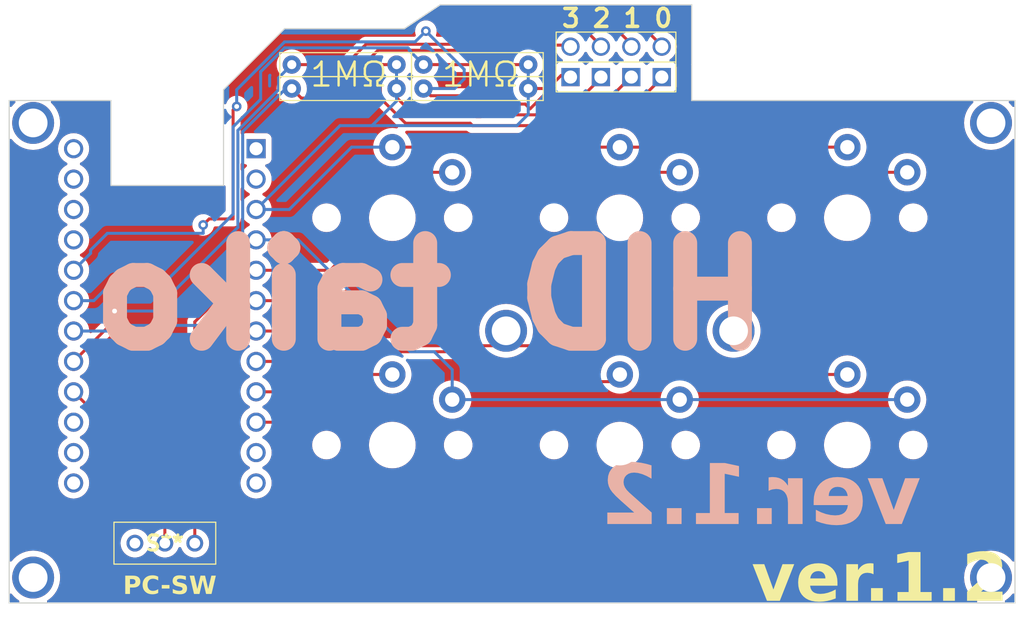
<source format=kicad_pcb>
(kicad_pcb (version 20221018) (generator pcbnew)
  (layers (0 "F.Cu" signal) (31 "B.Cu" signal) (34 "B.Paste" user) (35 "F.Paste" user) (36 "B.SilkS" user "B.Silkscreen") (37 "F.SilkS" user "F.Silkscreen") (38 "B.Mask" user) (39 "F.Mask" user) (44 "Edge.Cuts" user))
  (net 0 "")
  (footprint "Library 自作:SW_kailh_pg1350_1u" (layer "F.Cu") (at 147 95.8)
    (fp_text reference "REF**" hide)
    (fp_text value "kailh_pg1350_1u" hide)
    (pad "" np_thru_hole circle (at -5.5 0) (size 1.9 1.9) (drill 1.9) (layers "F&B.Cu" "*.Mask"))
    (pad "" np_thru_hole circle (at 0 0) (size 3.4 3.4) (drill 3.4) (layers "F&B.Cu" "*.Mask"))
    (pad "" np_thru_hole circle (at 5.5 0) (size 1.9 1.9) (drill 1.9) (layers "F&B.Cu" "*.Mask"))
    (pad "1" thru_hole circle (at 0 -5.9) (size 2.2 2.2) (drill 1.2) (layers "*.Cu" "*.Mask"))
    (pad "2" thru_hole circle (at 5 -3.8) (size 2.2 2.2) (drill 1.2) (layers "*.Cu" "*.Mask"))
  )
  (footprint "Library 自作:SW_kailh_pg1350_1u" (layer "F.Cu") (at 166 95.8)
    (fp_text reference "REF**" hide)
    (fp_text value "kailh_pg1350_1u" hide)
    (pad "" np_thru_hole circle (at -5.5 0) (size 1.9 1.9) (drill 1.9) (layers "F&B.Cu" "*.Mask"))
    (pad "" np_thru_hole circle (at 0 0) (size 3.4 3.4) (drill 3.4) (layers "F&B.Cu" "*.Mask"))
    (pad "" np_thru_hole circle (at 5.5 0) (size 1.9 1.9) (drill 1.9) (layers "F&B.Cu" "*.Mask"))
    (pad "1" thru_hole circle (at 0 -5.9) (size 2.2 2.2) (drill 1.2) (layers "*.Cu" "*.Mask"))
    (pad "2" thru_hole circle (at 5 -3.8) (size 2.2 2.2) (drill 1.2) (layers "*.Cu" "*.Mask"))
  )
  (footprint "keynezi:m3hole" (layer "F.Cu") (at 98 101.625)
    (fp_text reference "REF**")
    (fp_text value "M2hole")
    (pad "1" thru_hole circle (at 0 5.25) (size 3.5 3.5) (drill 2.4) (layers "*.Cu" "*.Mask"))
  )
  (footprint "Library 自作:スルーホールの一般的な　抵抗" (layer "F.Cu") (at 115.6 64 90)
    (fp_text reference "REF**" hide)
    (fp_text value "抵抗" hide)
    (fp_line (start -1 3) (end -1 14) (stroke (width 0.1)) (layer "F.SilkS"))
    (fp_line (start -1 14) (end 1 14) (stroke (width 0.1)) (layer "F.SilkS"))
    (fp_line (start 1 3) (end -1 3) (stroke (width 0.1)) (layer "F.SilkS"))
    (fp_line (start 1 14) (end 1 3) (stroke (width 0.1)) (layer "F.SilkS"))
    (pad "1" thru_hole circle (at 0 4 90) (size 1.524 1.524) (drill 0.762) (layers "*.Cu" "*.Mask"))
    (pad "4" thru_hole circle (at 0 12.75 90) (size 1.524 1.524) (drill 0.762) (layers "*.Cu" "*.Mask"))
  )
  (footprint "" (layer "F.Cu") (at 137.5 86.25)
    (fp_text reference "" (at 0 0) (layer "F.SilkS") (effects (font (size 1.27 1.27))))
    (fp_text value "" (at 0 0) (layer "F.SilkS") (effects (font (size 1.27 1.27))))
    (pad "1" thru_hole circle (at 0 0) (size 3.5 3.5) (drill 2.4) (layers "*.Cu" "*.Mask"))
  )
  (footprint "Library 自作:SW_kailh_pg1350_1u" (layer "F.Cu") (at 166 76.8)
    (fp_text reference "REF**" hide)
    (fp_text value "kailh_pg1350_1u" hide)
    (pad "" np_thru_hole circle (at -5.5 0) (size 1.9 1.9) (drill 1.9) (layers "F&B.Cu" "*.Mask"))
    (pad "" np_thru_hole circle (at 0 0) (size 3.4 3.4) (drill 3.4) (layers "F&B.Cu" "*.Mask"))
    (pad "" np_thru_hole circle (at 5.5 0) (size 1.9 1.9) (drill 1.9) (layers "F&B.Cu" "*.Mask"))
    (pad "1" thru_hole circle (at 0 -5.9) (size 2.2 2.2) (drill 1.2) (layers "*.Cu" "*.Mask"))
    (pad "2" thru_hole circle (at 5 -3.8) (size 2.2 2.2) (drill 1.2) (layers "*.Cu" "*.Mask"))
  )
  (footprint "Library 自作:PinHeader_nomall" (layer "F.Cu") (at 155.58 67.58)
    (fp_text reference "J2" hide)
    (fp_text value "Conn_02x05" hide)
    (fp_line (start -13.9 -3.8) (end -3.9 -3.8) (stroke (width 0.1)) (layer "F.SilkS"))
    (fp_rect (start -13.9 -6.3) (end -3.9 -1.3) (stroke (width 0.1)) (fill none) (layer "F.SilkS"))
    (pad "1" thru_hole rect (at -12.7 -2.54 90) (size 1.524 1.524) (drill 1.1) (layers "*.Cu" "*.Mask"))
    (pad "1" thru_hole rect (at -10.16 -2.54 90) (size 1.524 1.524) (drill 1.1) (layers "*.Cu" "*.Mask"))
    (pad "1" thru_hole rect (at -7.62 -2.54 90) (size 1.524 1.524) (drill 1.1) (layers "*.Cu" "*.Mask"))
    (pad "1" thru_hole rect (at -5.08 -2.54 90) (size 1.524 1.524) (drill 1.1) (layers "*.Cu" "*.Mask"))
    (pad "2" thru_hole oval (at -12.7 -5.08 90) (size 1.524 1.524) (drill 1.1) (layers "*.Cu" "*.Mask"))
    (pad "2" thru_hole oval (at -10.16 -5.08 90) (size 1.524 1.524) (drill 1.1) (layers "*.Cu" "*.Mask"))
    (pad "2" thru_hole oval (at -7.62 -5.08 90) (size 1.524 1.524) (drill 1.1) (layers "*.Cu" "*.Mask"))
    (pad "2" thru_hole oval (at -5.08 -5.08 90) (size 1.524 1.524) (drill 1.1) (layers "*.Cu" "*.Mask"))
  )
  (footprint "" (layer "F.Cu") (at 156.5 86.25)
    (fp_text reference "" (at 0 0) (layer "F.SilkS") (effects (font (size 1.27 1.27))))
    (fp_text value "" (at 0 0) (layer "F.SilkS") (effects (font (size 1.27 1.27))))
    (pad "1" thru_hole circle (at 0 0) (size 3.5 3.5) (drill 2.4) (layers "*.Cu" "*.Mask"))
  )
  (footprint "Library 自作:SS12D00G3" (layer "F.Cu") (at 109 104)
    (fp_text reference "S**" (at 0 0) (layer "F.SilkS") (effects (font (size 1.27 1.27) (thickness 0.254))))
    (fp_text value "SS12D00G3" hide)
    (fp_line (start -4.25 -1.75) (end 4.25 -1.75) (stroke (width 0.1)) (layer "F.SilkS"))
    (fp_line (start -4.25 1.75) (end -4.25 -1.75) (stroke (width 0.1)) (layer "F.SilkS"))
    (fp_line (start 4.25 -1.75) (end 4.25 1.75) (stroke (width 0.1)) (layer "F.SilkS"))
    (fp_line (start 4.25 1.75) (end -4.25 1.75) (stroke (width 0.1)) (layer "F.SilkS"))
    (pad "1" thru_hole circle (at -2.5 0) (size 1.4 1.4) (drill 0.9) (layers "*.Cu" "*.Mask"))
    (pad "2" thru_hole circle (at 0 0) (size 1.4 1.4) (drill 0.9) (layers "*.Cu" "*.Mask"))
    (pad "3" thru_hole circle (at 2.5 0) (size 1.4 1.4) (drill 0.9) (layers "*.Cu" "*.Mask"))
  )
  (footprint "Library 自作:SW_kailh_pg1350_1u" (layer "F.Cu") (at 147 76.8)
    (fp_text reference "REF**" hide)
    (fp_text value "kailh_pg1350_1u" hide)
    (pad "" np_thru_hole circle (at -5.5 0) (size 1.9 1.9) (drill 1.9) (layers "F&B.Cu" "*.Mask"))
    (pad "" np_thru_hole circle (at 0 0) (size 3.4 3.4) (drill 3.4) (layers "F&B.Cu" "*.Mask"))
    (pad "" np_thru_hole circle (at 5.5 0) (size 1.9 1.9) (drill 1.9) (layers "F&B.Cu" "*.Mask"))
    (pad "1" thru_hole circle (at 0 -5.9) (size 2.2 2.2) (drill 1.2) (layers "*.Cu" "*.Mask"))
    (pad "2" thru_hole circle (at 5 -3.8) (size 2.2 2.2) (drill 1.2) (layers "*.Cu" "*.Mask"))
  )
  (footprint "keynezi:m3hole" (layer "F.Cu") (at 178 101.625)
    (fp_text reference "REF**")
    (fp_text value "M2hole")
    (pad "1" thru_hole circle (at 0 5.25) (size 3.5 3.5) (drill 2.4) (layers "*.Cu" "*.Mask"))
  )
  (footprint "Library 自作:SW_kailh_pg1350_1u" (layer "F.Cu") (at 128 95.8)
    (fp_text reference "REF**" hide)
    (fp_text value "kailh_pg1350_1u" hide)
    (pad "" np_thru_hole circle (at -5.5 0) (size 1.9 1.9) (drill 1.9) (layers "F&B.Cu" "*.Mask"))
    (pad "" np_thru_hole circle (at 0 0) (size 3.4 3.4) (drill 3.4) (layers "F&B.Cu" "*.Mask"))
    (pad "" np_thru_hole circle (at 5.5 0) (size 1.9 1.9) (drill 1.9) (layers "F&B.Cu" "*.Mask"))
    (pad "1" thru_hole circle (at 0 -5.9) (size 2.2 2.2) (drill 1.2) (layers "*.Cu" "*.Mask"))
    (pad "2" thru_hole circle (at 5 -3.8) (size 2.2 2.2) (drill 1.2) (layers "*.Cu" "*.Mask"))
  )
  (footprint "keynezi:m3hole" (layer "F.Cu") (at 178 63.625)
    (fp_text reference "REF**")
    (fp_text value "M2hole")
    (pad "1" thru_hole circle (at 0 5.25) (size 3.5 3.5) (drill 2.4) (layers "*.Cu" "*.Mask"))
  )
  (footprint "Library 自作:SW_kailh_pg1350_1u" (layer "F.Cu") (at 128 76.8)
    (fp_text reference "REF**" hide)
    (fp_text value "kailh_pg1350_1u" hide)
    (pad "" np_thru_hole circle (at -5.5 0) (size 1.9 1.9) (drill 1.9) (layers "*.Cu" "*.Mask"))
    (pad "" np_thru_hole circle (at 0 0) (size 3.4 3.4) (drill 3.4) (layers "*.Cu" "*.Mask"))
    (pad "" np_thru_hole circle (at 5.5 0) (size 1.9 1.9) (drill 1.9) (layers "*.Cu" "*.Mask"))
    (pad "1" thru_hole circle (at 0 -5.9) (size 2.2 2.2) (drill 1.2) (layers "*.Cu" "*.Mask"))
    (pad "2" thru_hole circle (at 5 -3.8) (size 2.2 2.2) (drill 1.2) (layers "*.Cu" "*.Mask"))
  )
  (footprint "keynezi:m3hole" (layer "F.Cu") (at 98 63.625)
    (fp_text reference "REF**")
    (fp_text value "M2hole")
    (pad "1" thru_hole circle (at 0 5.25) (size 3.5 3.5) (drill 2.4) (layers "*.Cu" "*.Mask"))
  )
  (footprint "Library 自作:スルーホールの一般的な　抵抗" (layer "F.Cu") (at 126.6 64 90)
    (fp_text reference "REF**" hide)
    (fp_text value "抵抗" hide)
    (fp_line (start -1 3) (end -1 14) (stroke (width 0.1)) (layer "F.SilkS"))
    (fp_line (start -1 14) (end 1 14) (stroke (width 0.1)) (layer "F.SilkS"))
    (fp_line (start 1 3) (end -1 3) (stroke (width 0.1)) (layer "F.SilkS"))
    (fp_line (start 1 14) (end 1 3) (stroke (width 0.1)) (layer "F.SilkS"))
    (pad "1" thru_hole circle (at 0 4 90) (size 1.524 1.524) (drill 0.762) (layers "*.Cu" "*.Mask"))
    (pad "4" thru_hole circle (at 0 12.75 90) (size 1.524 1.524) (drill 0.762) (layers "*.Cu" "*.Mask"))
  )
  (footprint "Library 自作:スルーホールの一般的な　抵抗" (layer "F.Cu") (at 126.6 66 90)
    (fp_text reference "REF**" hide)
    (fp_text value "抵抗" hide)
    (fp_line (start -1 3) (end -1 14) (stroke (width 0.1)) (layer "F.SilkS"))
    (fp_line (start -1 14) (end 1 14) (stroke (width 0.1)) (layer "F.SilkS"))
    (fp_line (start 1 3) (end -1 3) (stroke (width 0.1)) (layer "F.SilkS"))
    (fp_line (start 1 14) (end 1 3) (stroke (width 0.1)) (layer "F.SilkS"))
    (pad "1" thru_hole circle (at 0 4 90) (size 1.524 1.524) (drill 0.762) (layers "*.Cu" "*.Mask"))
    (pad "4" thru_hole circle (at 0 12.75 90) (size 1.524 1.524) (drill 0.762) (layers "*.Cu" "*.Mask"))
  )
  (footprint "Library 自作:スルーホールの一般的な　抵抗" (layer "F.Cu") (at 115.6 66 90)
    (fp_text reference "REF**" hide)
    (fp_text value "抵抗" hide)
    (fp_line (start -1 3) (end -1 14) (stroke (width 0.1)) (layer "F.SilkS"))
    (fp_line (start -1 14) (end 1 14) (stroke (width 0.1)) (layer "F.SilkS"))
    (fp_line (start 1 3) (end -1 3) (stroke (width 0.1)) (layer "F.SilkS"))
    (fp_line (start 1 14) (end 1 3) (stroke (width 0.1)) (layer "F.SilkS"))
    (pad "1" thru_hole circle (at 0 4 90) (size 1.524 1.524) (drill 0.762) (layers "*.Cu" "*.Mask"))
    (pad "4" thru_hole circle (at 0 12.75 90) (size 1.524 1.524) (drill 0.762) (layers "*.Cu" "*.Mask"))
  )
  (footprint "Library 自作:ProMicro-NoSilk" (layer "B.Cu") (at 109 85 -90)
    (fp_text reference "REF**" hide)
    (fp_text value "ProMicro-NoSilk" hide)
    (pad "1" thru_hole rect (at -13.97 -7.62 270) (size 1.6 1.6) (drill 1.1) (layers "*.Cu" "*.Mask"))
    (pad "2" thru_hole circle (at -11.43 -7.62 270) (size 1.6 1.6) (drill 1.1) (layers "*.Cu" "*.Mask"))
    (pad "3" thru_hole circle (at -8.89 -7.62 270) (size 1.6 1.6) (drill 1.1) (layers "*.Cu" "*.Mask"))
    (pad "4" thru_hole circle (at -6.35 -7.62 270) (size 1.6 1.6) (drill 1.1) (layers "*.Cu" "*.Mask"))
    (pad "5" thru_hole circle (at -3.81 -7.62 270) (size 1.6 1.6) (drill 1.1) (layers "*.Cu" "*.Mask"))
    (pad "6" thru_hole circle (at -1.27 -7.62 270) (size 1.6 1.6) (drill 1.1) (layers "*.Cu" "*.Mask"))
    (pad "7" thru_hole circle (at 1.27 -7.62 270) (size 1.6 1.6) (drill 1.1) (layers "*.Cu" "*.Mask"))
    (pad "8" thru_hole circle (at 3.81 -7.62 270) (size 1.6 1.6) (drill 1.1) (layers "*.Cu" "*.Mask"))
    (pad "9" thru_hole circle (at 6.35 -7.62 270) (size 1.6 1.6) (drill 1.1) (layers "*.Cu" "*.Mask"))
    (pad "10" thru_hole circle (at 8.89 -7.62 270) (size 1.6 1.6) (drill 1.1) (layers "*.Cu" "*.Mask"))
    (pad "11" thru_hole circle (at 11.43 -7.62 270) (size 1.6 1.6) (drill 1.1) (layers "*.Cu" "*.Mask"))
    (pad "12" thru_hole circle (at 13.97 -7.62 270) (size 1.6 1.6) (drill 1.1) (layers "*.Cu" "*.Mask"))
    (pad "13" thru_hole circle (at 13.97 7.62 270) (size 1.6 1.6) (drill 1.1) (layers "*.Cu" "*.Mask"))
    (pad "14" thru_hole circle (at 11.43 7.62 270) (size 1.6 1.6) (drill 1.1) (layers "*.Cu" "*.Mask"))
    (pad "15" thru_hole circle (at 8.89 7.62 270) (size 1.6 1.6) (drill 1.1) (layers "*.Cu" "*.Mask"))
    (pad "16" thru_hole circle (at 6.35 7.62 270) (size 1.6 1.6) (drill 1.1) (layers "*.Cu" "*.Mask"))
    (pad "17" thru_hole circle (at 3.81 7.62 270) (size 1.6 1.6) (drill 1.1) (layers "*.Cu" "*.Mask"))
    (pad "18" thru_hole circle (at 1.27 7.62 270) (size 1.6 1.6) (drill 1.1) (layers "*.Cu" "*.Mask"))
    (pad "19" thru_hole circle (at -1.27 7.62 270) (size 1.6 1.6) (drill 1.1) (layers "*.Cu" "*.Mask"))
    (pad "20" thru_hole circle (at -3.81 7.62 270) (size 1.6 1.6) (drill 1.1) (layers "*.Cu" "*.Mask"))
    (pad "21" thru_hole circle (at -6.35 7.62 270) (size 1.6 1.6) (drill 1.1) (layers "*.Cu" "*.Mask"))
    (pad "22" thru_hole circle (at -8.89 7.62 270) (size 1.6 1.6) (drill 1.1) (layers "*.Cu" "*.Mask"))
    (pad "23" thru_hole circle (at -11.43 7.62 270) (size 1.6 1.6) (drill 1.1) (layers "*.Cu" "*.Mask"))
    (pad "24" thru_hole circle (at -13.97 7.62 270) (size 1.6 1.6) (drill 1.1) (layers "*.Cu" "*.Mask"))
  )
  (gr_line (start 153 64) (end 153 67) (stroke (width 0.1)) (layer "Edge.Cuts"))
  (gr_line (start 119 61) (end 113.9 66.1) (stroke (width 0.1)) (layer "Edge.Cuts"))
  (gr_line (start 132 59) (end 153 59) (stroke (width 0.1)) (layer "Edge.Cuts"))
  (gr_line (start 180 109) (end 179 109) (stroke (width 0.1)) (layer "Edge.Cuts"))
  (gr_line (start 113.9 74.1) (end 104.5 74.1) (stroke (width 0.1)) (layer "Edge.Cuts"))
  (gr_line (start 113.9 66.1) (end 113.9 74.1) (stroke (width 0.1)) (layer "Edge.Cuts"))
  (gr_line (start 119 61) (end 129 61) (stroke (width 0.1)) (layer "Edge.Cuts"))
  (gr_line (start 104.5 67) (end 96 67) (stroke (width 0.1)) (layer "Edge.Cuts"))
  (gr_line (start 104.5 74.1) (end 104.5 67) (stroke (width 0.1)) (layer "Edge.Cuts"))
  (gr_line (start 180 67) (end 180 109) (stroke (width 0.1)) (layer "Edge.Cuts"))
  (gr_line (start 153 67) (end 180 67) (stroke (width 0.1)) (layer "Edge.Cuts"))
  (gr_line (start 153 64) (end 153 59) (stroke (width 0.1)) (layer "Edge.Cuts"))
  (gr_line (start 96 109) (end 96 67) (stroke (width 0.1)) (layer "Edge.Cuts"))
  (gr_line (start 129 61) (end 132 59) (stroke (width 0.1)) (layer "Edge.Cuts"))
  (gr_line (start 179 109) (end 96 109) (stroke (width 0.1)) (layer "Edge.Cuts"))
  (gr_text "ver.1.2\n" (at 158.75 103.25) (layer "B.SilkS") (effects (font (size 5 5) (thickness 1) bold) (justify bottom mirror)))
  (gr_text "HID taiko" (at 160.25 88) (layer "B.SilkS") (effects (font (size 8 8) (thickness 2)) (justify left bottom mirror)))
  (gr_text "1MΩ" (at 132 66) (layer "F.SilkS") (effects (font (size 2 2) (thickness 0.2)) (justify left bottom)))
  (gr_text "1MΩ" (at 121 66) (layer "F.SilkS") (effects (font (size 2 2) (thickness 0.2)) (justify left bottom)))
  (gr_text "ver.1.2" (at 158 109.5) (layer "F.SilkS") (effects (font (size 4 4) (thickness 1) bold) (justify left bottom)))
  (gr_text "PC-SW" (at 105.5 108.5) (layer "F.SilkS") (effects (font (size 1.5 1.5) (thickness 0.3) bold) (justify left bottom)))
  (gr_text "3 2 1 0" (at 142 61) (layer "F.SilkS") (effects (font (size 1.5 1.5) (thickness 0.3) bold) (justify left bottom)))
  (segment (start 139.5 67.7) (end 139.1 67.3) (width 0.25) (layer "F.Cu") (net 0))
  (segment (start 124.1 64) (end 119.6 64) (width 0.25) (layer "F.Cu") (net 0))
  (segment (start 136.4 68.2) (end 136.3 68.1) (width 0.25) (layer "F.Cu") (net 0))
  (segment (start 119.73 86.27) (end 125 81) (width 0.25) (layer "F.Cu") (net 0))
  (segment (start 138 75) (end 144 75) (width 0.25) (layer "F.Cu") (net 0))
  (segment (start 135 81) (end 136.5 79.5) (width 0.25) (layer "F.Cu") (net 0))
  (segment (start 136.5 62.8) (end 126.8 62.8) (width 0.25) (layer "F.Cu") (net 0))
  (segment (start 129 67.4) (end 128.35 66.75) (width 0.25) (layer "F.Cu") (net 0))
  (segment (start 148.08 60) (end 146.5 60) (width 0.25) (layer "F.Cu") (net 0))
  (segment (start 120.5 87.5) (end 147 87.5) (width 0.25) (layer "F.Cu") (net 0))
  (segment (start 126.3 66.3) (end 125.8 66.8) (width 0.25) (layer "F.Cu") (net 0))
  (segment (start 116.62 88.81) (end 119.19 88.81) (width 0.25) (layer "F.Cu") (net 0))
  (segment (start 116.62 83.73) (end 121.27 83.73) (width 0.25) (layer "F.Cu") (net 0))
  (segment (start 116.62 86.27) (end 119.73 86.27) (width 0.25) (layer "F.Cu") (net 0))
  (segment (start 157.5 73.5) (end 162.5 73.5) (width 0.25) (layer "F.Cu") (net 0))
  (segment (start 128 73) (end 124.5 76.5) (width 0.25) (layer "F.Cu") (net 0))
  (segment (start 147 87.5) (end 149.5 90) (width 0.25) (layer "F.Cu") (net 0))
  (segment (start 109 98.97) (end 101.38 91.35) (width 0.25) (layer "F.Cu") (net 0))
  (segment (start 153.5 79.5) (end 155 78) (width 0.25) (layer "F.Cu") (net 0))
  (segment (start 144 61) (end 141.5 61) (width 0.25) (layer "F.Cu") (net 0))
  (segment (start 137.6 60.8) (end 136.1 62.3) (width 0.25) (layer "F.Cu") (net 0))
  (segment (start 114.5 82.5) (end 114.5 80) (width 0.25) (layer "F.Cu") (net 0))
  (segment (start 163 73) (end 171 73) (width 0.25) (layer "F.Cu") (net 0))
  (segment (start 125.8 66.8) (end 120.4 66.8) (width 0.25) (layer "F.Cu") (net 0))
  (segment (start 145.967 60.3) (end 141.5 60.3) (width 0.25) (layer "F.Cu") (net 0))
  (segment (start 141 68) (end 139.9 69.1) (width 0.25) (layer "F.Cu") (net 0))
  (segment (start 139.1 67.3) (end 138 67.3) (width 0.25) (layer "F.Cu") (net 0))
  (segment (start 147.62 68) (end 141 68) (width 0.25) (layer "F.Cu") (net 0))
  (segment (start 150.58 62.5) (end 148.08 60) (width 0.25) (layer "F.Cu") (net 0))
  (segment (start 138.827 62.373) (end 134.6 66.6) (width 0.25) (layer "F.Cu") (net 0))
  (segment (start 136.5 79.5) (end 153.5 79.5) (width 0.25) (layer "F.Cu") (net 0))
  (segment (start 116.62 91.35) (end 120.15 91.35) (width 0.25) (layer "F.Cu") (net 0))
  (segment (start 142.96 64.913) (end 142.087 64.913) (width 0.25) (layer "F.Cu") (net 0))
  (segment (start 120.4 66.8) (end 119.6 66) (width 0.25) (layer "F.Cu") (net 0))
  (segment (start 115.77 79.5) (end 116.62 78.65) (width 0.25) (layer "F.Cu") (net 0))
  (segment (start 134.5 80) (end 135 79.5) (width 0.25) (layer "F.Cu") (net 0))
  (segment (start 129.1 68.9) (end 127 66.8) (width 0.25) (layer "F.Cu") (net 0))
  (segment (start 116.62 93.89) (end 120.61 93.89) (width 0.25) (layer "F.Cu") (net 0))
  (segment (start 146 73) (end 152 73) (width 0.25) (layer "F.Cu") (net 0))
  (segment (start 142.087 64.913) (end 141 66) (width 0.25) (layer "F.Cu") (net 0))
  (segment (start 140.7 67.5) (end 140 68.2) (width 0.25) (layer "F.Cu") (net 0))
  (segment (start 121.27 83.73) (end 125 80) (width 0.25) (layer "F.Cu") (net 0))
  (segment (start 143.84 66.7) (end 140.5 66.7) (width 0.25) (layer "F.Cu") (net 0))
  (segment (start 115 79.5) (end 115.77 79.5) (width 0.25) (layer "F.Cu") (net 0))
  (segment (start 147 70.9) (end 166 70.9) (width 0.25) (layer "F.Cu") (net 0))
  (segment (start 149.6 89.9) (end 166 89.9) (width 0.25) (layer "F.Cu") (net 0))
  (segment (start 104.8 85.39) (end 101.38 88.81) (width 0.25) (layer "F.Cu") (net 0))
  (segment (start 141.5 60.3) (end 140.5 61.3) (width 0.25) (layer "F.Cu") (net 0))
  (segment (start 126.3 63.3) (end 126.3 66.3) (width 0.25) (layer "F.Cu") (net 0))
  (segment (start 141 66) (end 139.35 66) (width 0.25) (layer "F.Cu") (net 0))
  (segment (start 125 80) (end 134.5 80) (width 0.25) (layer "F.Cu") (net 0))
  (segment (start 114.5 80) (end 115 79.5) (width 0.25) (layer "F.Cu") (net 0))
  (segment (start 134.7 69.1) (end 134.5 68.9) (width 0.25) (layer "F.Cu") (net 0))
  (segment (start 120.15 91.35) (end 123.5 88) (width 0.25) (layer "F.Cu") (net 0))
  (segment (start 140.5 66.7) (end 139.5 67.7) (width 0.25) (layer "F.Cu") (net 0))
  (segment (start 128 70.9) (end 147 70.9) (width 0.25) (layer "F.Cu") (net 0))
  (segment (start 144 75) (end 146 73) (width 0.25) (layer "F.Cu") (net 0))
  (segment (start 146.3 59.8) (end 141.2 59.8) (width 0.25) (layer "F.Cu") (net 0))
  (segment (start 138.3 61.8) (end 136.1 64) (width 0.25) (layer "F.Cu") (net 0))
  (segment (start 145.453 67.5) (end 140.7 67.5) (width 0.25) (layer "F.Cu") (net 0))
  (segment (start 162.5 73.5) (end 163 73) (width 0.25) (layer "F.Cu") (net 0))
  (segment (start 109 104) (end 109 98.97) (width 0.25) (layer "F.Cu") (net 0))
  (segment (start 112.7 76.9) (end 114.7 76.9) (width 0.25) (layer "F.Cu") (net 0))
  (segment (start 146.4 90.5) (end 147 89.9) (width 0.25) (layer "F.Cu") (net 0))
  (segment (start 134.5 68.9) (end 129.1 68.9) (width 0.25) (layer "F.Cu") (net 0))
  (segment (start 136.1 62.3) (end 125.8 62.3) (width 0.25) (layer "F.Cu") (net 0))
  (segment (start 124.5 76.5) (end 124.5 79.5) (width 0.25) (layer "F.Cu") (net 0))
  (segment (start 131.2 66.6) (end 130.6 66) (width 0.25) (layer "F.Cu") (net 0))
  (segment (start 136.5 90.5) (end 146.4 90.5) (width 0.25) (layer "F.Cu") (net 0))
  (segment (start 148.04 64.913) (end 145.453 67.5) (width 0.25) (layer "F.Cu") (net 0))
  (segment (start 136.3 68.1) (end 136.2 68.1) (width 0.25) (layer "F.Cu") (net 0))
  (segment (start 111.5 104) (end 111.5 85.5) (width 0.25) (layer "F.Cu") (net 0))
  (segment (start 122.81 81.19) (end 116.62 81.19) (width 0.25) (layer "F.Cu") (net 0))
  (segment (start 126.8 62.8) (end 126.3 63.3) (width 0.25) (layer "F.Cu") (net 0))
  (segment (start 155 78) (end 155 76) (width 0.25) (layer "F.Cu") (net 0))
  (segment (start 139.9 69.1) (end 134.7 69.1) (width 0.25) (layer "F.Cu") (net 0))
  (segment (start 127 64.2) (end 127.2 64) (width 0.25) (layer "F.Cu") (net 0))
  (segment (start 128.35 66.75) (end 128.35 66) (width 0.25) (layer "F.Cu") (net 0))
  (segment (start 155 76) (end 157.5 73.5) (width 0.25) (layer "F.Cu") (net 0))
  (segment (start 142.96 62.373) (end 138.827 62.373) (width 0.25) (layer "F.Cu") (net 0))
  (segment (start 123.5 88) (end 134 88) (width 0.25) (layer "F.Cu") (net 0))
  (segment (start 137.5 66.8) (end 137.5 64.6) (width 0.25) (layer "F.Cu") (net 0))
  (segment (start 150.58 65.04) (end 147.62 68) (width 0.25) (layer "F.Cu") (net 0))
  (segment (start 149.5 90) (end 149.6 89.9) (width 0.25) (layer "F.Cu") (net 0))
  (segment (start 140 68.2) (end 136.4 68.2) (width 0.25) (layer "F.Cu") (net 0))
  (segment (start 135 79.5) (end 135 78) (width 0.25) (layer "F.Cu") (net 0))
  (segment (start 125.8 62.3) (end 124.1 64) (width 0.25) (layer "F.Cu") (net 0))
  (segment (start 134.6 66.6) (end 131.2 66.6) (width 0.25) (layer "F.Cu") (net 0))
  (segment (start 137.5 64.6) (end 138.1 64) (width 0.25) (layer "F.Cu") (net 0))
  (segment (start 114.7 76.9) (end 114.7 67.8) (width 0.25) (layer "F.Cu") (net 0))
  (segment (start 140.2 60.8) (end 137.6 60.8) (width 0.25) (layer "F.Cu") (net 0))
  (segment (start 136.1 64) (end 130.6 64) (width 0.25) (layer "F.Cu") (net 0))
  (segment (start 140.5 61.3) (end 138 61.3) (width 0.25) (layer "F.Cu") (net 0))
  (segment (start 111.5 85.5) (end 114.5 82.5) (width 0.25) (layer "F.Cu") (net 0))
  (segment (start 104.8 84.6) (end 104.8 85.39) (width 0.25) (layer "F.Cu") (net 0))
  (segment (start 124.6 89.9) (end 128 89.9) (width 0.25) (layer "F.Cu") (net 0))
  (segment (start 141.5 61) (end 140.7 61.8) (width 0.25) (layer "F.Cu") (net 0))
  (segment (start 120.61 93.89) (end 124.6 89.9) (width 0.25) (layer "F.Cu") (net 0))
  (segment (start 145.5 65.04) (end 143.84 66.7) (width 0.25) (layer "F.Cu") (net 0))
  (segment (start 114.7 67.8) (end 115 67.5) (width 0.25) (layer "F.Cu") (net 0))
  (segment (start 148.04 62.373) (end 145.967 60.3) (width 0.25) (layer "F.Cu") (net 0))
  (segment (start 135 78) (end 138 75) (width 0.25) (layer "F.Cu") (net 0))
  (segment (start 136.2 68.1) (end 135.5 67.4) (width 0.25) (layer "F.Cu") (net 0))
  (segment (start 127 66.8) (end 127 64.2) (width 0.25) (layer "F.Cu") (net 0))
  (segment (start 138.1 64) (end 139.35 64) (width 0.25) (layer "F.Cu") (net 0))
  (segment (start 135.5 67.4) (end 129 67.4) (width 0.25) (layer "F.Cu") (net 0))
  (segment (start 119.19 88.81) (end 120.5 87.5) (width 0.25) (layer "F.Cu") (net 0))
  (segment (start 134 88) (end 136.5 90.5) (width 0.25) (layer "F.Cu") (net 0))
  (segment (start 112.2 77.4) (end 112.7 76.9) (width 0.25) (layer "F.Cu") (net 0))
  (segment (start 145.5 62.5) (end 144 61) (width 0.25) (layer "F.Cu") (net 0))
  (segment (start 127.2 64) (end 128.35 64) (width 0.25) (layer "F.Cu") (net 0))
  (segment (start 141.2 59.8) (end 140.2 60.8) (width 0.25) (layer "F.Cu") (net 0))
  (segment (start 133 73) (end 128 73) (width 0.25) (layer "F.Cu") (net 0))
  (segment (start 146.5 60) (end 146.3 59.8) (width 0.25) (layer "F.Cu") (net 0))
  (segment (start 140.7 61.8) (end 138.3 61.8) (width 0.25) (layer "F.Cu") (net 0))
  (segment (start 124.5 79.5) (end 122.81 81.19) (width 0.25) (layer "F.Cu") (net 0))
  (segment (start 138 61.3) (end 136.5 62.8) (width 0.25) (layer "F.Cu") (net 0))
  (segment (start 125 81) (end 135 81) (width 0.25) (layer "F.Cu") (net 0))
  (segment (start 138 67.3) (end 137.5 66.8) (width 0.25) (layer "F.Cu") (net 0))
  (via (at 115 67.5) (size 0.8) (drill 0.4) (layers "F.Cu" "B.Cu") (net 0))
  (via (at 130.8 61.2) (size 0.8) (drill 0.4) (layers "F.Cu" "B.Cu") (net 0))
  (via (at 104.8 84.6) (size 0.8) (drill 0.4) (layers "F.Cu" "B.Cu") (net 0))
  (via (at 112.2 77.4) (size 0.8) (drill 0.4) (layers "F.Cu" "B.Cu") (net 0))
  (segment (start 101.38 83.73) (end 103.07 83.73) (width 0.25) (layer "B.Cu") (net 0))
  (segment (start 114.7 76.5) (end 114.7 69.2) (width 0.25) (layer "B.Cu") (net 0))
  (segment (start 129.3 62.6) (end 129.5 62.8) (width 0.25) (layer "B.Cu") (net 0))
  (segment (start 119.6 64) (end 118.5 65.1) (width 0.25) (layer "B.Cu") (net 0))
  (segment (start 116.62 76.11) (end 119.39 76.11) (width 0.25) (layer "B.Cu") (net 0))
  (segment (start 115.5 69.6) (end 119.1 66) (width 0.25) (layer "B.Cu") (net 0))
  (segment (start 120.15 78.65) (end 129.5 88) (width 0.25) (layer "B.Cu") (net 0))
  (segment (start 115.1 69.5) (end 115.1 77.6) (width 0.25) (layer "B.Cu") (net 0))
  (segment (start 129.5 88) (end 131.5 88) (width 0.25) (layer "B.Cu") (net 0))
  (segment (start 115.5 82.4) (end 115.5 69.6) (width 0.25) (layer "B.Cu") (net 0))
  (segment (start 126.3 69.1) (end 128.35 67.05) (width 0.25) (layer "B.Cu") (net 0))
  (segment (start 112.2 78.1) (end 104.2 78.1) (width 0.25) (layer "B.Cu") (net 0))
  (segment (start 104.2 78.1) (end 102.8 79.5) (width 0.25) (layer "B.Cu") (net 0))
  (segment (start 119.39 76.11) (end 124.6 70.9) (width 0.25) (layer "B.Cu") (net 0))
  (segment (start 139.35 68.15) (end 139.35 66) (width 0.25) (layer "B.Cu") (net 0))
  (segment (start 115 67.5) (end 115 66.1) (width 0.25) (layer "B.Cu") (net 0))
  (segment (start 138.4 69.1) (end 139.35 68.15) (width 0.25) (layer "B.Cu") (net 0))
  (segment (start 112.1 85.8) (end 115.5 82.4) (width 0.25) (layer "B.Cu") (net 0))
  (segment (start 126.3 69.1) (end 138.4 69.1) (width 0.25) (layer "B.Cu") (net 0))
  (segment (start 109.2 82) (end 114.7 76.5) (width 0.25) (layer "B.Cu") (net 0))
  (segment (start 104.8 82) (end 109.2 82) (width 0.25) (layer "B.Cu") (net 0))
  (segment (start 130.8 61.2) (end 129.9 62.1) (width 0.25) (layer "B.Cu") (net 0))
  (segment (start 117 66.9) (end 117 64.6) (width 0.25) (layer "B.Cu") (net 0))
  (segment (start 117 64.6) (end 119 62.6) (width 0.25) (layer "B.Cu") (net 0))
  (segment (start 152 92) (end 171 92) (width 0.25) (layer "B.Cu") (net 0))
  (segment (start 115 66.1) (end 115.7 65.4) (width 0.25) (layer "B.Cu") (net 0))
  (segment (start 130.6 64) (end 129.4 62.8) (width 0.25) (layer "B.Cu") (net 0))
  (segment (start 128.35 66) (end 128.35 64) (width 0.25) (layer "B.Cu") (net 0))
  (segment (start 133 92) (end 152 92) (width 0.25) (layer "B.Cu") (net 0))
  (segment (start 133 89.5) (end 133 92) (width 0.25) (layer "B.Cu") (net 0))
  (segment (start 119 62.6) (end 129.3 62.6) (width 0.25) (layer "B.Cu") (net 0))
  (segment (start 123.63 69.1) (end 126.3 69.1) (width 0.25) (layer "B.Cu") (net 0))
  (segment (start 139.35 66) (end 139.35 64) (width 0.25) (layer "B.Cu") (net 0))
  (segment (start 106 85.8) (end 112.1 85.8) (width 0.25) (layer "B.Cu") (net 0))
  (segment (start 105.53 86.27) (end 106 85.8) (width 0.25) (layer "B.Cu") (net 0))
  (segment (start 103.07 83.73) (end 104.8 82) (width 0.25) (layer "B.Cu") (net 0))
  (segment (start 114.7 69.2) (end 117 66.9) (width 0.25) (layer "B.Cu") (net 0))
  (segment (start 128.35 67.05) (end 128.35 66) (width 0.25) (layer "B.Cu") (net 0))
  (segment (start 134 64.4) (end 134 65.2) (width 0.25) (layer "B.Cu") (net 0))
  (segment (start 102.8 79.5) (end 102.8 79.77) (width 0.25) (layer "B.Cu") (net 0))
  (segment (start 129.9 62.1) (end 119 62.1) (width 0.25) (layer "B.Cu") (net 0))
  (segment (start 133.2 66) (end 130.6 66) (width 0.25) (layer "B.Cu") (net 0))
  (segment (start 101.38 86.27) (end 105.53 86.27) (width 0.25) (layer "B.Cu") (net 0))
  (segment (start 118.5 65.1) (end 118.5 66.1) (width 0.25) (layer "B.Cu") (net 0))
  (segment (start 112.2 78.1) (end 112.2 77.4) (width 0.25) (layer "B.Cu") (net 0))
  (segment (start 102.8 79.77) (end 101.38 81.19) (width 0.25) (layer "B.Cu") (net 0))
  (segment (start 116.62 78.65) (end 120.15 78.65) (width 0.25) (layer "B.Cu") (net 0))
  (segment (start 134 65.2) (end 133.2 66) (width 0.25) (layer "B.Cu") (net 0))
  (segment (start 124.6 70.9) (end 128 70.9) (width 0.25) (layer "B.Cu") (net 0))
  (segment (start 119.1 66) (end 119.6 66) (width 0.25) (layer "B.Cu") (net 0))
  (segment (start 119 62.1) (end 115.7 65.4) (width 0.25) (layer "B.Cu") (net 0))
  (segment (start 118.5 66.1) (end 115.1 69.5) (width 0.25) (layer "B.Cu") (net 0))
  (segment (start 115.1 77.6) (end 108.1 84.6) (width 0.25) (layer "B.Cu") (net 0))
  (segment (start 108.1 84.6) (end 104.8 84.6) (width 0.25) (layer "B.Cu") (net 0))
  (segment (start 131.5 88) (end 133 89.5) (width 0.25) (layer "B.Cu") (net 0))
  (segment (start 130.8 61.2) (end 134 64.4) (width 0.25) (layer "B.Cu") (net 0))
  (segment (start 116.62 76.11) (end 123.63 69.1) (width 0.25) (layer "B.Cu") (net 0))
  (zone (net 0) (net_name "") (layer "F.Cu") (connect_pads (clearance 0.5)) (min_thickness 0.25) (fill yes (thermal_gap 0.5) (thermal_bridge_width 0.5) (island_removal_mode 1) (island_area_min 10))
    (polygon (pts (xy 96 67) (xy 104.5 67) (xy 104.5 74.1) (xy 113.9 74.1) (xy 113.9 66.1) (xy 119 61) (xy 129 61) (xy 132 59) (xy 153 59) (xy 153 67) (xy 180 67) (xy 180 109) (xy 96 109)))
  )
  (zone (net 0) (net_name "") (layer "B.Cu") (priority 1) (connect_pads (clearance 0.5)) (min_thickness 0.25) (fill yes (thermal_gap 0.5) (thermal_bridge_width 0.5) (island_removal_mode 1) (island_area_min 10))
    (polygon (pts (xy 96 67) (xy 104.5 67) (xy 104.5 74.1) (xy 113.9 74.1) (xy 113.9 66.1) (xy 119 61) (xy 129 61) (xy 132 59) (xy 153 59) (xy 153 67) (xy 180 67) (xy 180 109) (xy 96 109)))
  )
)
</source>
